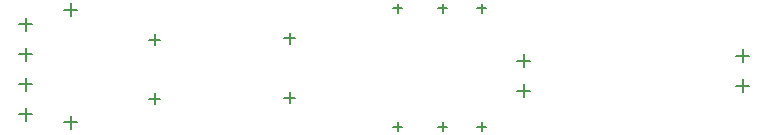
<source format=gbr>
%TF.GenerationSoftware,Altium Limited,Altium Designer,25.0.2 (28)*%
G04 Layer_Color=128*
%FSLAX45Y45*%
%MOMM*%
%TF.SameCoordinates,A0A746A1-3CD2-44F8-AC9A-FD4DD348DB9E*%
%TF.FilePolarity,Positive*%
%TF.FileFunction,Drillmap*%
%TF.Part,Single*%
G01*
G75*
%TA.AperFunction,NonConductor*%
%ADD40C,0.12700*%
D40*
X8400500Y7213600D02*
X8490500D01*
X8445500Y7168600D02*
Y7258600D01*
X8400500Y7713599D02*
X8490500D01*
X8445500Y7668599D02*
Y7758599D01*
X10371700Y7273000D02*
X10481700D01*
X10426700Y7218000D02*
Y7328000D01*
X10371700Y7527000D02*
X10481700D01*
X10426700Y7472000D02*
Y7582000D01*
X10033600Y7967598D02*
X10108600D01*
X10071100Y7930098D02*
Y8005098D01*
X10033600Y6967600D02*
X10108600D01*
X10071100Y6930100D02*
Y7005100D01*
X7257500Y7704902D02*
X7347500D01*
X7302500Y7659902D02*
Y7749902D01*
X7257500Y7204898D02*
X7347500D01*
X7302500Y7159898D02*
Y7249898D01*
X9322400Y6967601D02*
X9397400D01*
X9359900Y6930101D02*
Y7005101D01*
X9322400Y7967599D02*
X9397400D01*
X9359900Y7930099D02*
Y8005099D01*
X9703400Y7967599D02*
X9778400D01*
X9740900Y7930099D02*
Y8005099D01*
X9703400Y6967601D02*
X9778400D01*
X9740900Y6930101D02*
Y7005101D01*
X12225900Y7315200D02*
X12335900D01*
X12280900Y7260200D02*
Y7370200D01*
X12225900Y7569200D02*
X12335900D01*
X12280900Y7514200D02*
Y7624200D01*
X6538800Y7957302D02*
X6643800D01*
X6591300Y7904802D02*
Y8009802D01*
X6538800Y7003298D02*
X6643800D01*
X6591300Y6950798D02*
Y7055798D01*
X6155300Y7581900D02*
X6265300D01*
X6210300Y7526900D02*
Y7636900D01*
X6155300Y7835900D02*
X6265300D01*
X6210300Y7780900D02*
Y7890900D01*
X6155300Y7327900D02*
X6265300D01*
X6210300Y7272900D02*
Y7382900D01*
X6155300Y7073900D02*
X6265300D01*
X6210300Y7018900D02*
Y7128900D01*
%TF.MD5,6fdafc8486269a66936e5806877361c6*%
M02*

</source>
